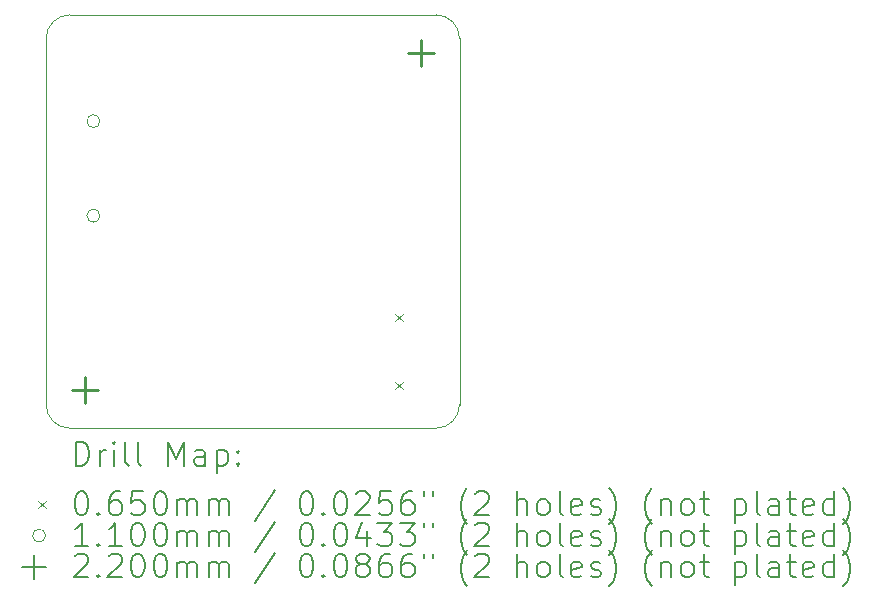
<source format=gbr>
%FSLAX45Y45*%
G04 Gerber Fmt 4.5, Leading zero omitted, Abs format (unit mm)*
G04 Created by KiCad (PCBNEW (6.0.4)) date 2023-08-29 14:34:25*
%MOMM*%
%LPD*%
G01*
G04 APERTURE LIST*
%TA.AperFunction,Profile*%
%ADD10C,0.100000*%
%TD*%
%ADD11C,0.200000*%
%ADD12C,0.065000*%
%ADD13C,0.110000*%
%ADD14C,0.220000*%
G04 APERTURE END LIST*
D10*
X17400000Y-8200000D02*
G75*
G03*
X17200000Y-8000000I-200000J0D01*
G01*
X17400000Y-8200000D02*
X17400000Y-11300000D01*
X14100000Y-8000000D02*
G75*
G03*
X13900000Y-8200000I0J-200000D01*
G01*
X17200000Y-11500000D02*
G75*
G03*
X17400000Y-11300000I0J200000D01*
G01*
X14100000Y-8000000D02*
X17200000Y-8000000D01*
X13900000Y-11300000D02*
X13900000Y-8200000D01*
X17200000Y-11500000D02*
X14100000Y-11500000D01*
X13900000Y-11300000D02*
G75*
G03*
X14100000Y-11500000I200000J0D01*
G01*
D11*
D12*
X16857500Y-10528500D02*
X16922500Y-10593500D01*
X16922500Y-10528500D02*
X16857500Y-10593500D01*
X16857500Y-11106500D02*
X16922500Y-11171500D01*
X16922500Y-11106500D02*
X16857500Y-11171500D01*
D13*
X14355000Y-8900000D02*
G75*
G03*
X14355000Y-8900000I-55000J0D01*
G01*
X14355000Y-9700000D02*
G75*
G03*
X14355000Y-9700000I-55000J0D01*
G01*
D14*
X14225000Y-11065000D02*
X14225000Y-11285000D01*
X14115000Y-11175000D02*
X14335000Y-11175000D01*
X17075000Y-8215000D02*
X17075000Y-8435000D01*
X16965000Y-8325000D02*
X17185000Y-8325000D01*
D11*
X14152619Y-11815476D02*
X14152619Y-11615476D01*
X14200238Y-11615476D01*
X14228809Y-11625000D01*
X14247857Y-11644048D01*
X14257381Y-11663095D01*
X14266905Y-11701190D01*
X14266905Y-11729762D01*
X14257381Y-11767857D01*
X14247857Y-11786905D01*
X14228809Y-11805952D01*
X14200238Y-11815476D01*
X14152619Y-11815476D01*
X14352619Y-11815476D02*
X14352619Y-11682143D01*
X14352619Y-11720238D02*
X14362143Y-11701190D01*
X14371667Y-11691667D01*
X14390714Y-11682143D01*
X14409762Y-11682143D01*
X14476428Y-11815476D02*
X14476428Y-11682143D01*
X14476428Y-11615476D02*
X14466905Y-11625000D01*
X14476428Y-11634524D01*
X14485952Y-11625000D01*
X14476428Y-11615476D01*
X14476428Y-11634524D01*
X14600238Y-11815476D02*
X14581190Y-11805952D01*
X14571667Y-11786905D01*
X14571667Y-11615476D01*
X14705000Y-11815476D02*
X14685952Y-11805952D01*
X14676428Y-11786905D01*
X14676428Y-11615476D01*
X14933571Y-11815476D02*
X14933571Y-11615476D01*
X15000238Y-11758333D01*
X15066905Y-11615476D01*
X15066905Y-11815476D01*
X15247857Y-11815476D02*
X15247857Y-11710714D01*
X15238333Y-11691667D01*
X15219286Y-11682143D01*
X15181190Y-11682143D01*
X15162143Y-11691667D01*
X15247857Y-11805952D02*
X15228809Y-11815476D01*
X15181190Y-11815476D01*
X15162143Y-11805952D01*
X15152619Y-11786905D01*
X15152619Y-11767857D01*
X15162143Y-11748809D01*
X15181190Y-11739286D01*
X15228809Y-11739286D01*
X15247857Y-11729762D01*
X15343095Y-11682143D02*
X15343095Y-11882143D01*
X15343095Y-11691667D02*
X15362143Y-11682143D01*
X15400238Y-11682143D01*
X15419286Y-11691667D01*
X15428809Y-11701190D01*
X15438333Y-11720238D01*
X15438333Y-11777381D01*
X15428809Y-11796428D01*
X15419286Y-11805952D01*
X15400238Y-11815476D01*
X15362143Y-11815476D01*
X15343095Y-11805952D01*
X15524048Y-11796428D02*
X15533571Y-11805952D01*
X15524048Y-11815476D01*
X15514524Y-11805952D01*
X15524048Y-11796428D01*
X15524048Y-11815476D01*
X15524048Y-11691667D02*
X15533571Y-11701190D01*
X15524048Y-11710714D01*
X15514524Y-11701190D01*
X15524048Y-11691667D01*
X15524048Y-11710714D01*
D12*
X13830000Y-12112500D02*
X13895000Y-12177500D01*
X13895000Y-12112500D02*
X13830000Y-12177500D01*
D11*
X14190714Y-12035476D02*
X14209762Y-12035476D01*
X14228809Y-12045000D01*
X14238333Y-12054524D01*
X14247857Y-12073571D01*
X14257381Y-12111667D01*
X14257381Y-12159286D01*
X14247857Y-12197381D01*
X14238333Y-12216428D01*
X14228809Y-12225952D01*
X14209762Y-12235476D01*
X14190714Y-12235476D01*
X14171667Y-12225952D01*
X14162143Y-12216428D01*
X14152619Y-12197381D01*
X14143095Y-12159286D01*
X14143095Y-12111667D01*
X14152619Y-12073571D01*
X14162143Y-12054524D01*
X14171667Y-12045000D01*
X14190714Y-12035476D01*
X14343095Y-12216428D02*
X14352619Y-12225952D01*
X14343095Y-12235476D01*
X14333571Y-12225952D01*
X14343095Y-12216428D01*
X14343095Y-12235476D01*
X14524048Y-12035476D02*
X14485952Y-12035476D01*
X14466905Y-12045000D01*
X14457381Y-12054524D01*
X14438333Y-12083095D01*
X14428809Y-12121190D01*
X14428809Y-12197381D01*
X14438333Y-12216428D01*
X14447857Y-12225952D01*
X14466905Y-12235476D01*
X14505000Y-12235476D01*
X14524048Y-12225952D01*
X14533571Y-12216428D01*
X14543095Y-12197381D01*
X14543095Y-12149762D01*
X14533571Y-12130714D01*
X14524048Y-12121190D01*
X14505000Y-12111667D01*
X14466905Y-12111667D01*
X14447857Y-12121190D01*
X14438333Y-12130714D01*
X14428809Y-12149762D01*
X14724048Y-12035476D02*
X14628809Y-12035476D01*
X14619286Y-12130714D01*
X14628809Y-12121190D01*
X14647857Y-12111667D01*
X14695476Y-12111667D01*
X14714524Y-12121190D01*
X14724048Y-12130714D01*
X14733571Y-12149762D01*
X14733571Y-12197381D01*
X14724048Y-12216428D01*
X14714524Y-12225952D01*
X14695476Y-12235476D01*
X14647857Y-12235476D01*
X14628809Y-12225952D01*
X14619286Y-12216428D01*
X14857381Y-12035476D02*
X14876428Y-12035476D01*
X14895476Y-12045000D01*
X14905000Y-12054524D01*
X14914524Y-12073571D01*
X14924048Y-12111667D01*
X14924048Y-12159286D01*
X14914524Y-12197381D01*
X14905000Y-12216428D01*
X14895476Y-12225952D01*
X14876428Y-12235476D01*
X14857381Y-12235476D01*
X14838333Y-12225952D01*
X14828809Y-12216428D01*
X14819286Y-12197381D01*
X14809762Y-12159286D01*
X14809762Y-12111667D01*
X14819286Y-12073571D01*
X14828809Y-12054524D01*
X14838333Y-12045000D01*
X14857381Y-12035476D01*
X15009762Y-12235476D02*
X15009762Y-12102143D01*
X15009762Y-12121190D02*
X15019286Y-12111667D01*
X15038333Y-12102143D01*
X15066905Y-12102143D01*
X15085952Y-12111667D01*
X15095476Y-12130714D01*
X15095476Y-12235476D01*
X15095476Y-12130714D02*
X15105000Y-12111667D01*
X15124048Y-12102143D01*
X15152619Y-12102143D01*
X15171667Y-12111667D01*
X15181190Y-12130714D01*
X15181190Y-12235476D01*
X15276428Y-12235476D02*
X15276428Y-12102143D01*
X15276428Y-12121190D02*
X15285952Y-12111667D01*
X15305000Y-12102143D01*
X15333571Y-12102143D01*
X15352619Y-12111667D01*
X15362143Y-12130714D01*
X15362143Y-12235476D01*
X15362143Y-12130714D02*
X15371667Y-12111667D01*
X15390714Y-12102143D01*
X15419286Y-12102143D01*
X15438333Y-12111667D01*
X15447857Y-12130714D01*
X15447857Y-12235476D01*
X15838333Y-12025952D02*
X15666905Y-12283095D01*
X16095476Y-12035476D02*
X16114524Y-12035476D01*
X16133571Y-12045000D01*
X16143095Y-12054524D01*
X16152619Y-12073571D01*
X16162143Y-12111667D01*
X16162143Y-12159286D01*
X16152619Y-12197381D01*
X16143095Y-12216428D01*
X16133571Y-12225952D01*
X16114524Y-12235476D01*
X16095476Y-12235476D01*
X16076428Y-12225952D01*
X16066905Y-12216428D01*
X16057381Y-12197381D01*
X16047857Y-12159286D01*
X16047857Y-12111667D01*
X16057381Y-12073571D01*
X16066905Y-12054524D01*
X16076428Y-12045000D01*
X16095476Y-12035476D01*
X16247857Y-12216428D02*
X16257381Y-12225952D01*
X16247857Y-12235476D01*
X16238333Y-12225952D01*
X16247857Y-12216428D01*
X16247857Y-12235476D01*
X16381190Y-12035476D02*
X16400238Y-12035476D01*
X16419286Y-12045000D01*
X16428809Y-12054524D01*
X16438333Y-12073571D01*
X16447857Y-12111667D01*
X16447857Y-12159286D01*
X16438333Y-12197381D01*
X16428809Y-12216428D01*
X16419286Y-12225952D01*
X16400238Y-12235476D01*
X16381190Y-12235476D01*
X16362143Y-12225952D01*
X16352619Y-12216428D01*
X16343095Y-12197381D01*
X16333571Y-12159286D01*
X16333571Y-12111667D01*
X16343095Y-12073571D01*
X16352619Y-12054524D01*
X16362143Y-12045000D01*
X16381190Y-12035476D01*
X16524048Y-12054524D02*
X16533571Y-12045000D01*
X16552619Y-12035476D01*
X16600238Y-12035476D01*
X16619286Y-12045000D01*
X16628809Y-12054524D01*
X16638333Y-12073571D01*
X16638333Y-12092619D01*
X16628809Y-12121190D01*
X16514524Y-12235476D01*
X16638333Y-12235476D01*
X16819286Y-12035476D02*
X16724048Y-12035476D01*
X16714524Y-12130714D01*
X16724048Y-12121190D01*
X16743095Y-12111667D01*
X16790714Y-12111667D01*
X16809762Y-12121190D01*
X16819286Y-12130714D01*
X16828810Y-12149762D01*
X16828810Y-12197381D01*
X16819286Y-12216428D01*
X16809762Y-12225952D01*
X16790714Y-12235476D01*
X16743095Y-12235476D01*
X16724048Y-12225952D01*
X16714524Y-12216428D01*
X17000238Y-12035476D02*
X16962143Y-12035476D01*
X16943095Y-12045000D01*
X16933571Y-12054524D01*
X16914524Y-12083095D01*
X16905000Y-12121190D01*
X16905000Y-12197381D01*
X16914524Y-12216428D01*
X16924048Y-12225952D01*
X16943095Y-12235476D01*
X16981190Y-12235476D01*
X17000238Y-12225952D01*
X17009762Y-12216428D01*
X17019286Y-12197381D01*
X17019286Y-12149762D01*
X17009762Y-12130714D01*
X17000238Y-12121190D01*
X16981190Y-12111667D01*
X16943095Y-12111667D01*
X16924048Y-12121190D01*
X16914524Y-12130714D01*
X16905000Y-12149762D01*
X17095476Y-12035476D02*
X17095476Y-12073571D01*
X17171667Y-12035476D02*
X17171667Y-12073571D01*
X17466905Y-12311667D02*
X17457381Y-12302143D01*
X17438333Y-12273571D01*
X17428810Y-12254524D01*
X17419286Y-12225952D01*
X17409762Y-12178333D01*
X17409762Y-12140238D01*
X17419286Y-12092619D01*
X17428810Y-12064048D01*
X17438333Y-12045000D01*
X17457381Y-12016428D01*
X17466905Y-12006905D01*
X17533571Y-12054524D02*
X17543095Y-12045000D01*
X17562143Y-12035476D01*
X17609762Y-12035476D01*
X17628810Y-12045000D01*
X17638333Y-12054524D01*
X17647857Y-12073571D01*
X17647857Y-12092619D01*
X17638333Y-12121190D01*
X17524048Y-12235476D01*
X17647857Y-12235476D01*
X17885952Y-12235476D02*
X17885952Y-12035476D01*
X17971667Y-12235476D02*
X17971667Y-12130714D01*
X17962143Y-12111667D01*
X17943095Y-12102143D01*
X17914524Y-12102143D01*
X17895476Y-12111667D01*
X17885952Y-12121190D01*
X18095476Y-12235476D02*
X18076429Y-12225952D01*
X18066905Y-12216428D01*
X18057381Y-12197381D01*
X18057381Y-12140238D01*
X18066905Y-12121190D01*
X18076429Y-12111667D01*
X18095476Y-12102143D01*
X18124048Y-12102143D01*
X18143095Y-12111667D01*
X18152619Y-12121190D01*
X18162143Y-12140238D01*
X18162143Y-12197381D01*
X18152619Y-12216428D01*
X18143095Y-12225952D01*
X18124048Y-12235476D01*
X18095476Y-12235476D01*
X18276429Y-12235476D02*
X18257381Y-12225952D01*
X18247857Y-12206905D01*
X18247857Y-12035476D01*
X18428810Y-12225952D02*
X18409762Y-12235476D01*
X18371667Y-12235476D01*
X18352619Y-12225952D01*
X18343095Y-12206905D01*
X18343095Y-12130714D01*
X18352619Y-12111667D01*
X18371667Y-12102143D01*
X18409762Y-12102143D01*
X18428810Y-12111667D01*
X18438333Y-12130714D01*
X18438333Y-12149762D01*
X18343095Y-12168809D01*
X18514524Y-12225952D02*
X18533571Y-12235476D01*
X18571667Y-12235476D01*
X18590714Y-12225952D01*
X18600238Y-12206905D01*
X18600238Y-12197381D01*
X18590714Y-12178333D01*
X18571667Y-12168809D01*
X18543095Y-12168809D01*
X18524048Y-12159286D01*
X18514524Y-12140238D01*
X18514524Y-12130714D01*
X18524048Y-12111667D01*
X18543095Y-12102143D01*
X18571667Y-12102143D01*
X18590714Y-12111667D01*
X18666905Y-12311667D02*
X18676429Y-12302143D01*
X18695476Y-12273571D01*
X18705000Y-12254524D01*
X18714524Y-12225952D01*
X18724048Y-12178333D01*
X18724048Y-12140238D01*
X18714524Y-12092619D01*
X18705000Y-12064048D01*
X18695476Y-12045000D01*
X18676429Y-12016428D01*
X18666905Y-12006905D01*
X19028810Y-12311667D02*
X19019286Y-12302143D01*
X19000238Y-12273571D01*
X18990714Y-12254524D01*
X18981190Y-12225952D01*
X18971667Y-12178333D01*
X18971667Y-12140238D01*
X18981190Y-12092619D01*
X18990714Y-12064048D01*
X19000238Y-12045000D01*
X19019286Y-12016428D01*
X19028810Y-12006905D01*
X19105000Y-12102143D02*
X19105000Y-12235476D01*
X19105000Y-12121190D02*
X19114524Y-12111667D01*
X19133571Y-12102143D01*
X19162143Y-12102143D01*
X19181190Y-12111667D01*
X19190714Y-12130714D01*
X19190714Y-12235476D01*
X19314524Y-12235476D02*
X19295476Y-12225952D01*
X19285952Y-12216428D01*
X19276429Y-12197381D01*
X19276429Y-12140238D01*
X19285952Y-12121190D01*
X19295476Y-12111667D01*
X19314524Y-12102143D01*
X19343095Y-12102143D01*
X19362143Y-12111667D01*
X19371667Y-12121190D01*
X19381190Y-12140238D01*
X19381190Y-12197381D01*
X19371667Y-12216428D01*
X19362143Y-12225952D01*
X19343095Y-12235476D01*
X19314524Y-12235476D01*
X19438333Y-12102143D02*
X19514524Y-12102143D01*
X19466905Y-12035476D02*
X19466905Y-12206905D01*
X19476429Y-12225952D01*
X19495476Y-12235476D01*
X19514524Y-12235476D01*
X19733571Y-12102143D02*
X19733571Y-12302143D01*
X19733571Y-12111667D02*
X19752619Y-12102143D01*
X19790714Y-12102143D01*
X19809762Y-12111667D01*
X19819286Y-12121190D01*
X19828810Y-12140238D01*
X19828810Y-12197381D01*
X19819286Y-12216428D01*
X19809762Y-12225952D01*
X19790714Y-12235476D01*
X19752619Y-12235476D01*
X19733571Y-12225952D01*
X19943095Y-12235476D02*
X19924048Y-12225952D01*
X19914524Y-12206905D01*
X19914524Y-12035476D01*
X20105000Y-12235476D02*
X20105000Y-12130714D01*
X20095476Y-12111667D01*
X20076429Y-12102143D01*
X20038333Y-12102143D01*
X20019286Y-12111667D01*
X20105000Y-12225952D02*
X20085952Y-12235476D01*
X20038333Y-12235476D01*
X20019286Y-12225952D01*
X20009762Y-12206905D01*
X20009762Y-12187857D01*
X20019286Y-12168809D01*
X20038333Y-12159286D01*
X20085952Y-12159286D01*
X20105000Y-12149762D01*
X20171667Y-12102143D02*
X20247857Y-12102143D01*
X20200238Y-12035476D02*
X20200238Y-12206905D01*
X20209762Y-12225952D01*
X20228810Y-12235476D01*
X20247857Y-12235476D01*
X20390714Y-12225952D02*
X20371667Y-12235476D01*
X20333571Y-12235476D01*
X20314524Y-12225952D01*
X20305000Y-12206905D01*
X20305000Y-12130714D01*
X20314524Y-12111667D01*
X20333571Y-12102143D01*
X20371667Y-12102143D01*
X20390714Y-12111667D01*
X20400238Y-12130714D01*
X20400238Y-12149762D01*
X20305000Y-12168809D01*
X20571667Y-12235476D02*
X20571667Y-12035476D01*
X20571667Y-12225952D02*
X20552619Y-12235476D01*
X20514524Y-12235476D01*
X20495476Y-12225952D01*
X20485952Y-12216428D01*
X20476429Y-12197381D01*
X20476429Y-12140238D01*
X20485952Y-12121190D01*
X20495476Y-12111667D01*
X20514524Y-12102143D01*
X20552619Y-12102143D01*
X20571667Y-12111667D01*
X20647857Y-12311667D02*
X20657381Y-12302143D01*
X20676429Y-12273571D01*
X20685952Y-12254524D01*
X20695476Y-12225952D01*
X20705000Y-12178333D01*
X20705000Y-12140238D01*
X20695476Y-12092619D01*
X20685952Y-12064048D01*
X20676429Y-12045000D01*
X20657381Y-12016428D01*
X20647857Y-12006905D01*
D13*
X13895000Y-12409000D02*
G75*
G03*
X13895000Y-12409000I-55000J0D01*
G01*
D11*
X14257381Y-12499476D02*
X14143095Y-12499476D01*
X14200238Y-12499476D02*
X14200238Y-12299476D01*
X14181190Y-12328048D01*
X14162143Y-12347095D01*
X14143095Y-12356619D01*
X14343095Y-12480428D02*
X14352619Y-12489952D01*
X14343095Y-12499476D01*
X14333571Y-12489952D01*
X14343095Y-12480428D01*
X14343095Y-12499476D01*
X14543095Y-12499476D02*
X14428809Y-12499476D01*
X14485952Y-12499476D02*
X14485952Y-12299476D01*
X14466905Y-12328048D01*
X14447857Y-12347095D01*
X14428809Y-12356619D01*
X14666905Y-12299476D02*
X14685952Y-12299476D01*
X14705000Y-12309000D01*
X14714524Y-12318524D01*
X14724048Y-12337571D01*
X14733571Y-12375667D01*
X14733571Y-12423286D01*
X14724048Y-12461381D01*
X14714524Y-12480428D01*
X14705000Y-12489952D01*
X14685952Y-12499476D01*
X14666905Y-12499476D01*
X14647857Y-12489952D01*
X14638333Y-12480428D01*
X14628809Y-12461381D01*
X14619286Y-12423286D01*
X14619286Y-12375667D01*
X14628809Y-12337571D01*
X14638333Y-12318524D01*
X14647857Y-12309000D01*
X14666905Y-12299476D01*
X14857381Y-12299476D02*
X14876428Y-12299476D01*
X14895476Y-12309000D01*
X14905000Y-12318524D01*
X14914524Y-12337571D01*
X14924048Y-12375667D01*
X14924048Y-12423286D01*
X14914524Y-12461381D01*
X14905000Y-12480428D01*
X14895476Y-12489952D01*
X14876428Y-12499476D01*
X14857381Y-12499476D01*
X14838333Y-12489952D01*
X14828809Y-12480428D01*
X14819286Y-12461381D01*
X14809762Y-12423286D01*
X14809762Y-12375667D01*
X14819286Y-12337571D01*
X14828809Y-12318524D01*
X14838333Y-12309000D01*
X14857381Y-12299476D01*
X15009762Y-12499476D02*
X15009762Y-12366143D01*
X15009762Y-12385190D02*
X15019286Y-12375667D01*
X15038333Y-12366143D01*
X15066905Y-12366143D01*
X15085952Y-12375667D01*
X15095476Y-12394714D01*
X15095476Y-12499476D01*
X15095476Y-12394714D02*
X15105000Y-12375667D01*
X15124048Y-12366143D01*
X15152619Y-12366143D01*
X15171667Y-12375667D01*
X15181190Y-12394714D01*
X15181190Y-12499476D01*
X15276428Y-12499476D02*
X15276428Y-12366143D01*
X15276428Y-12385190D02*
X15285952Y-12375667D01*
X15305000Y-12366143D01*
X15333571Y-12366143D01*
X15352619Y-12375667D01*
X15362143Y-12394714D01*
X15362143Y-12499476D01*
X15362143Y-12394714D02*
X15371667Y-12375667D01*
X15390714Y-12366143D01*
X15419286Y-12366143D01*
X15438333Y-12375667D01*
X15447857Y-12394714D01*
X15447857Y-12499476D01*
X15838333Y-12289952D02*
X15666905Y-12547095D01*
X16095476Y-12299476D02*
X16114524Y-12299476D01*
X16133571Y-12309000D01*
X16143095Y-12318524D01*
X16152619Y-12337571D01*
X16162143Y-12375667D01*
X16162143Y-12423286D01*
X16152619Y-12461381D01*
X16143095Y-12480428D01*
X16133571Y-12489952D01*
X16114524Y-12499476D01*
X16095476Y-12499476D01*
X16076428Y-12489952D01*
X16066905Y-12480428D01*
X16057381Y-12461381D01*
X16047857Y-12423286D01*
X16047857Y-12375667D01*
X16057381Y-12337571D01*
X16066905Y-12318524D01*
X16076428Y-12309000D01*
X16095476Y-12299476D01*
X16247857Y-12480428D02*
X16257381Y-12489952D01*
X16247857Y-12499476D01*
X16238333Y-12489952D01*
X16247857Y-12480428D01*
X16247857Y-12499476D01*
X16381190Y-12299476D02*
X16400238Y-12299476D01*
X16419286Y-12309000D01*
X16428809Y-12318524D01*
X16438333Y-12337571D01*
X16447857Y-12375667D01*
X16447857Y-12423286D01*
X16438333Y-12461381D01*
X16428809Y-12480428D01*
X16419286Y-12489952D01*
X16400238Y-12499476D01*
X16381190Y-12499476D01*
X16362143Y-12489952D01*
X16352619Y-12480428D01*
X16343095Y-12461381D01*
X16333571Y-12423286D01*
X16333571Y-12375667D01*
X16343095Y-12337571D01*
X16352619Y-12318524D01*
X16362143Y-12309000D01*
X16381190Y-12299476D01*
X16619286Y-12366143D02*
X16619286Y-12499476D01*
X16571667Y-12289952D02*
X16524048Y-12432809D01*
X16647857Y-12432809D01*
X16705000Y-12299476D02*
X16828810Y-12299476D01*
X16762143Y-12375667D01*
X16790714Y-12375667D01*
X16809762Y-12385190D01*
X16819286Y-12394714D01*
X16828810Y-12413762D01*
X16828810Y-12461381D01*
X16819286Y-12480428D01*
X16809762Y-12489952D01*
X16790714Y-12499476D01*
X16733571Y-12499476D01*
X16714524Y-12489952D01*
X16705000Y-12480428D01*
X16895476Y-12299476D02*
X17019286Y-12299476D01*
X16952619Y-12375667D01*
X16981190Y-12375667D01*
X17000238Y-12385190D01*
X17009762Y-12394714D01*
X17019286Y-12413762D01*
X17019286Y-12461381D01*
X17009762Y-12480428D01*
X17000238Y-12489952D01*
X16981190Y-12499476D01*
X16924048Y-12499476D01*
X16905000Y-12489952D01*
X16895476Y-12480428D01*
X17095476Y-12299476D02*
X17095476Y-12337571D01*
X17171667Y-12299476D02*
X17171667Y-12337571D01*
X17466905Y-12575667D02*
X17457381Y-12566143D01*
X17438333Y-12537571D01*
X17428810Y-12518524D01*
X17419286Y-12489952D01*
X17409762Y-12442333D01*
X17409762Y-12404238D01*
X17419286Y-12356619D01*
X17428810Y-12328048D01*
X17438333Y-12309000D01*
X17457381Y-12280428D01*
X17466905Y-12270905D01*
X17533571Y-12318524D02*
X17543095Y-12309000D01*
X17562143Y-12299476D01*
X17609762Y-12299476D01*
X17628810Y-12309000D01*
X17638333Y-12318524D01*
X17647857Y-12337571D01*
X17647857Y-12356619D01*
X17638333Y-12385190D01*
X17524048Y-12499476D01*
X17647857Y-12499476D01*
X17885952Y-12499476D02*
X17885952Y-12299476D01*
X17971667Y-12499476D02*
X17971667Y-12394714D01*
X17962143Y-12375667D01*
X17943095Y-12366143D01*
X17914524Y-12366143D01*
X17895476Y-12375667D01*
X17885952Y-12385190D01*
X18095476Y-12499476D02*
X18076429Y-12489952D01*
X18066905Y-12480428D01*
X18057381Y-12461381D01*
X18057381Y-12404238D01*
X18066905Y-12385190D01*
X18076429Y-12375667D01*
X18095476Y-12366143D01*
X18124048Y-12366143D01*
X18143095Y-12375667D01*
X18152619Y-12385190D01*
X18162143Y-12404238D01*
X18162143Y-12461381D01*
X18152619Y-12480428D01*
X18143095Y-12489952D01*
X18124048Y-12499476D01*
X18095476Y-12499476D01*
X18276429Y-12499476D02*
X18257381Y-12489952D01*
X18247857Y-12470905D01*
X18247857Y-12299476D01*
X18428810Y-12489952D02*
X18409762Y-12499476D01*
X18371667Y-12499476D01*
X18352619Y-12489952D01*
X18343095Y-12470905D01*
X18343095Y-12394714D01*
X18352619Y-12375667D01*
X18371667Y-12366143D01*
X18409762Y-12366143D01*
X18428810Y-12375667D01*
X18438333Y-12394714D01*
X18438333Y-12413762D01*
X18343095Y-12432809D01*
X18514524Y-12489952D02*
X18533571Y-12499476D01*
X18571667Y-12499476D01*
X18590714Y-12489952D01*
X18600238Y-12470905D01*
X18600238Y-12461381D01*
X18590714Y-12442333D01*
X18571667Y-12432809D01*
X18543095Y-12432809D01*
X18524048Y-12423286D01*
X18514524Y-12404238D01*
X18514524Y-12394714D01*
X18524048Y-12375667D01*
X18543095Y-12366143D01*
X18571667Y-12366143D01*
X18590714Y-12375667D01*
X18666905Y-12575667D02*
X18676429Y-12566143D01*
X18695476Y-12537571D01*
X18705000Y-12518524D01*
X18714524Y-12489952D01*
X18724048Y-12442333D01*
X18724048Y-12404238D01*
X18714524Y-12356619D01*
X18705000Y-12328048D01*
X18695476Y-12309000D01*
X18676429Y-12280428D01*
X18666905Y-12270905D01*
X19028810Y-12575667D02*
X19019286Y-12566143D01*
X19000238Y-12537571D01*
X18990714Y-12518524D01*
X18981190Y-12489952D01*
X18971667Y-12442333D01*
X18971667Y-12404238D01*
X18981190Y-12356619D01*
X18990714Y-12328048D01*
X19000238Y-12309000D01*
X19019286Y-12280428D01*
X19028810Y-12270905D01*
X19105000Y-12366143D02*
X19105000Y-12499476D01*
X19105000Y-12385190D02*
X19114524Y-12375667D01*
X19133571Y-12366143D01*
X19162143Y-12366143D01*
X19181190Y-12375667D01*
X19190714Y-12394714D01*
X19190714Y-12499476D01*
X19314524Y-12499476D02*
X19295476Y-12489952D01*
X19285952Y-12480428D01*
X19276429Y-12461381D01*
X19276429Y-12404238D01*
X19285952Y-12385190D01*
X19295476Y-12375667D01*
X19314524Y-12366143D01*
X19343095Y-12366143D01*
X19362143Y-12375667D01*
X19371667Y-12385190D01*
X19381190Y-12404238D01*
X19381190Y-12461381D01*
X19371667Y-12480428D01*
X19362143Y-12489952D01*
X19343095Y-12499476D01*
X19314524Y-12499476D01*
X19438333Y-12366143D02*
X19514524Y-12366143D01*
X19466905Y-12299476D02*
X19466905Y-12470905D01*
X19476429Y-12489952D01*
X19495476Y-12499476D01*
X19514524Y-12499476D01*
X19733571Y-12366143D02*
X19733571Y-12566143D01*
X19733571Y-12375667D02*
X19752619Y-12366143D01*
X19790714Y-12366143D01*
X19809762Y-12375667D01*
X19819286Y-12385190D01*
X19828810Y-12404238D01*
X19828810Y-12461381D01*
X19819286Y-12480428D01*
X19809762Y-12489952D01*
X19790714Y-12499476D01*
X19752619Y-12499476D01*
X19733571Y-12489952D01*
X19943095Y-12499476D02*
X19924048Y-12489952D01*
X19914524Y-12470905D01*
X19914524Y-12299476D01*
X20105000Y-12499476D02*
X20105000Y-12394714D01*
X20095476Y-12375667D01*
X20076429Y-12366143D01*
X20038333Y-12366143D01*
X20019286Y-12375667D01*
X20105000Y-12489952D02*
X20085952Y-12499476D01*
X20038333Y-12499476D01*
X20019286Y-12489952D01*
X20009762Y-12470905D01*
X20009762Y-12451857D01*
X20019286Y-12432809D01*
X20038333Y-12423286D01*
X20085952Y-12423286D01*
X20105000Y-12413762D01*
X20171667Y-12366143D02*
X20247857Y-12366143D01*
X20200238Y-12299476D02*
X20200238Y-12470905D01*
X20209762Y-12489952D01*
X20228810Y-12499476D01*
X20247857Y-12499476D01*
X20390714Y-12489952D02*
X20371667Y-12499476D01*
X20333571Y-12499476D01*
X20314524Y-12489952D01*
X20305000Y-12470905D01*
X20305000Y-12394714D01*
X20314524Y-12375667D01*
X20333571Y-12366143D01*
X20371667Y-12366143D01*
X20390714Y-12375667D01*
X20400238Y-12394714D01*
X20400238Y-12413762D01*
X20305000Y-12432809D01*
X20571667Y-12499476D02*
X20571667Y-12299476D01*
X20571667Y-12489952D02*
X20552619Y-12499476D01*
X20514524Y-12499476D01*
X20495476Y-12489952D01*
X20485952Y-12480428D01*
X20476429Y-12461381D01*
X20476429Y-12404238D01*
X20485952Y-12385190D01*
X20495476Y-12375667D01*
X20514524Y-12366143D01*
X20552619Y-12366143D01*
X20571667Y-12375667D01*
X20647857Y-12575667D02*
X20657381Y-12566143D01*
X20676429Y-12537571D01*
X20685952Y-12518524D01*
X20695476Y-12489952D01*
X20705000Y-12442333D01*
X20705000Y-12404238D01*
X20695476Y-12356619D01*
X20685952Y-12328048D01*
X20676429Y-12309000D01*
X20657381Y-12280428D01*
X20647857Y-12270905D01*
X13795000Y-12573000D02*
X13795000Y-12773000D01*
X13695000Y-12673000D02*
X13895000Y-12673000D01*
X14143095Y-12582524D02*
X14152619Y-12573000D01*
X14171667Y-12563476D01*
X14219286Y-12563476D01*
X14238333Y-12573000D01*
X14247857Y-12582524D01*
X14257381Y-12601571D01*
X14257381Y-12620619D01*
X14247857Y-12649190D01*
X14133571Y-12763476D01*
X14257381Y-12763476D01*
X14343095Y-12744428D02*
X14352619Y-12753952D01*
X14343095Y-12763476D01*
X14333571Y-12753952D01*
X14343095Y-12744428D01*
X14343095Y-12763476D01*
X14428809Y-12582524D02*
X14438333Y-12573000D01*
X14457381Y-12563476D01*
X14505000Y-12563476D01*
X14524048Y-12573000D01*
X14533571Y-12582524D01*
X14543095Y-12601571D01*
X14543095Y-12620619D01*
X14533571Y-12649190D01*
X14419286Y-12763476D01*
X14543095Y-12763476D01*
X14666905Y-12563476D02*
X14685952Y-12563476D01*
X14705000Y-12573000D01*
X14714524Y-12582524D01*
X14724048Y-12601571D01*
X14733571Y-12639667D01*
X14733571Y-12687286D01*
X14724048Y-12725381D01*
X14714524Y-12744428D01*
X14705000Y-12753952D01*
X14685952Y-12763476D01*
X14666905Y-12763476D01*
X14647857Y-12753952D01*
X14638333Y-12744428D01*
X14628809Y-12725381D01*
X14619286Y-12687286D01*
X14619286Y-12639667D01*
X14628809Y-12601571D01*
X14638333Y-12582524D01*
X14647857Y-12573000D01*
X14666905Y-12563476D01*
X14857381Y-12563476D02*
X14876428Y-12563476D01*
X14895476Y-12573000D01*
X14905000Y-12582524D01*
X14914524Y-12601571D01*
X14924048Y-12639667D01*
X14924048Y-12687286D01*
X14914524Y-12725381D01*
X14905000Y-12744428D01*
X14895476Y-12753952D01*
X14876428Y-12763476D01*
X14857381Y-12763476D01*
X14838333Y-12753952D01*
X14828809Y-12744428D01*
X14819286Y-12725381D01*
X14809762Y-12687286D01*
X14809762Y-12639667D01*
X14819286Y-12601571D01*
X14828809Y-12582524D01*
X14838333Y-12573000D01*
X14857381Y-12563476D01*
X15009762Y-12763476D02*
X15009762Y-12630143D01*
X15009762Y-12649190D02*
X15019286Y-12639667D01*
X15038333Y-12630143D01*
X15066905Y-12630143D01*
X15085952Y-12639667D01*
X15095476Y-12658714D01*
X15095476Y-12763476D01*
X15095476Y-12658714D02*
X15105000Y-12639667D01*
X15124048Y-12630143D01*
X15152619Y-12630143D01*
X15171667Y-12639667D01*
X15181190Y-12658714D01*
X15181190Y-12763476D01*
X15276428Y-12763476D02*
X15276428Y-12630143D01*
X15276428Y-12649190D02*
X15285952Y-12639667D01*
X15305000Y-12630143D01*
X15333571Y-12630143D01*
X15352619Y-12639667D01*
X15362143Y-12658714D01*
X15362143Y-12763476D01*
X15362143Y-12658714D02*
X15371667Y-12639667D01*
X15390714Y-12630143D01*
X15419286Y-12630143D01*
X15438333Y-12639667D01*
X15447857Y-12658714D01*
X15447857Y-12763476D01*
X15838333Y-12553952D02*
X15666905Y-12811095D01*
X16095476Y-12563476D02*
X16114524Y-12563476D01*
X16133571Y-12573000D01*
X16143095Y-12582524D01*
X16152619Y-12601571D01*
X16162143Y-12639667D01*
X16162143Y-12687286D01*
X16152619Y-12725381D01*
X16143095Y-12744428D01*
X16133571Y-12753952D01*
X16114524Y-12763476D01*
X16095476Y-12763476D01*
X16076428Y-12753952D01*
X16066905Y-12744428D01*
X16057381Y-12725381D01*
X16047857Y-12687286D01*
X16047857Y-12639667D01*
X16057381Y-12601571D01*
X16066905Y-12582524D01*
X16076428Y-12573000D01*
X16095476Y-12563476D01*
X16247857Y-12744428D02*
X16257381Y-12753952D01*
X16247857Y-12763476D01*
X16238333Y-12753952D01*
X16247857Y-12744428D01*
X16247857Y-12763476D01*
X16381190Y-12563476D02*
X16400238Y-12563476D01*
X16419286Y-12573000D01*
X16428809Y-12582524D01*
X16438333Y-12601571D01*
X16447857Y-12639667D01*
X16447857Y-12687286D01*
X16438333Y-12725381D01*
X16428809Y-12744428D01*
X16419286Y-12753952D01*
X16400238Y-12763476D01*
X16381190Y-12763476D01*
X16362143Y-12753952D01*
X16352619Y-12744428D01*
X16343095Y-12725381D01*
X16333571Y-12687286D01*
X16333571Y-12639667D01*
X16343095Y-12601571D01*
X16352619Y-12582524D01*
X16362143Y-12573000D01*
X16381190Y-12563476D01*
X16562143Y-12649190D02*
X16543095Y-12639667D01*
X16533571Y-12630143D01*
X16524048Y-12611095D01*
X16524048Y-12601571D01*
X16533571Y-12582524D01*
X16543095Y-12573000D01*
X16562143Y-12563476D01*
X16600238Y-12563476D01*
X16619286Y-12573000D01*
X16628809Y-12582524D01*
X16638333Y-12601571D01*
X16638333Y-12611095D01*
X16628809Y-12630143D01*
X16619286Y-12639667D01*
X16600238Y-12649190D01*
X16562143Y-12649190D01*
X16543095Y-12658714D01*
X16533571Y-12668238D01*
X16524048Y-12687286D01*
X16524048Y-12725381D01*
X16533571Y-12744428D01*
X16543095Y-12753952D01*
X16562143Y-12763476D01*
X16600238Y-12763476D01*
X16619286Y-12753952D01*
X16628809Y-12744428D01*
X16638333Y-12725381D01*
X16638333Y-12687286D01*
X16628809Y-12668238D01*
X16619286Y-12658714D01*
X16600238Y-12649190D01*
X16809762Y-12563476D02*
X16771667Y-12563476D01*
X16752619Y-12573000D01*
X16743095Y-12582524D01*
X16724048Y-12611095D01*
X16714524Y-12649190D01*
X16714524Y-12725381D01*
X16724048Y-12744428D01*
X16733571Y-12753952D01*
X16752619Y-12763476D01*
X16790714Y-12763476D01*
X16809762Y-12753952D01*
X16819286Y-12744428D01*
X16828810Y-12725381D01*
X16828810Y-12677762D01*
X16819286Y-12658714D01*
X16809762Y-12649190D01*
X16790714Y-12639667D01*
X16752619Y-12639667D01*
X16733571Y-12649190D01*
X16724048Y-12658714D01*
X16714524Y-12677762D01*
X17000238Y-12563476D02*
X16962143Y-12563476D01*
X16943095Y-12573000D01*
X16933571Y-12582524D01*
X16914524Y-12611095D01*
X16905000Y-12649190D01*
X16905000Y-12725381D01*
X16914524Y-12744428D01*
X16924048Y-12753952D01*
X16943095Y-12763476D01*
X16981190Y-12763476D01*
X17000238Y-12753952D01*
X17009762Y-12744428D01*
X17019286Y-12725381D01*
X17019286Y-12677762D01*
X17009762Y-12658714D01*
X17000238Y-12649190D01*
X16981190Y-12639667D01*
X16943095Y-12639667D01*
X16924048Y-12649190D01*
X16914524Y-12658714D01*
X16905000Y-12677762D01*
X17095476Y-12563476D02*
X17095476Y-12601571D01*
X17171667Y-12563476D02*
X17171667Y-12601571D01*
X17466905Y-12839667D02*
X17457381Y-12830143D01*
X17438333Y-12801571D01*
X17428810Y-12782524D01*
X17419286Y-12753952D01*
X17409762Y-12706333D01*
X17409762Y-12668238D01*
X17419286Y-12620619D01*
X17428810Y-12592048D01*
X17438333Y-12573000D01*
X17457381Y-12544428D01*
X17466905Y-12534905D01*
X17533571Y-12582524D02*
X17543095Y-12573000D01*
X17562143Y-12563476D01*
X17609762Y-12563476D01*
X17628810Y-12573000D01*
X17638333Y-12582524D01*
X17647857Y-12601571D01*
X17647857Y-12620619D01*
X17638333Y-12649190D01*
X17524048Y-12763476D01*
X17647857Y-12763476D01*
X17885952Y-12763476D02*
X17885952Y-12563476D01*
X17971667Y-12763476D02*
X17971667Y-12658714D01*
X17962143Y-12639667D01*
X17943095Y-12630143D01*
X17914524Y-12630143D01*
X17895476Y-12639667D01*
X17885952Y-12649190D01*
X18095476Y-12763476D02*
X18076429Y-12753952D01*
X18066905Y-12744428D01*
X18057381Y-12725381D01*
X18057381Y-12668238D01*
X18066905Y-12649190D01*
X18076429Y-12639667D01*
X18095476Y-12630143D01*
X18124048Y-12630143D01*
X18143095Y-12639667D01*
X18152619Y-12649190D01*
X18162143Y-12668238D01*
X18162143Y-12725381D01*
X18152619Y-12744428D01*
X18143095Y-12753952D01*
X18124048Y-12763476D01*
X18095476Y-12763476D01*
X18276429Y-12763476D02*
X18257381Y-12753952D01*
X18247857Y-12734905D01*
X18247857Y-12563476D01*
X18428810Y-12753952D02*
X18409762Y-12763476D01*
X18371667Y-12763476D01*
X18352619Y-12753952D01*
X18343095Y-12734905D01*
X18343095Y-12658714D01*
X18352619Y-12639667D01*
X18371667Y-12630143D01*
X18409762Y-12630143D01*
X18428810Y-12639667D01*
X18438333Y-12658714D01*
X18438333Y-12677762D01*
X18343095Y-12696809D01*
X18514524Y-12753952D02*
X18533571Y-12763476D01*
X18571667Y-12763476D01*
X18590714Y-12753952D01*
X18600238Y-12734905D01*
X18600238Y-12725381D01*
X18590714Y-12706333D01*
X18571667Y-12696809D01*
X18543095Y-12696809D01*
X18524048Y-12687286D01*
X18514524Y-12668238D01*
X18514524Y-12658714D01*
X18524048Y-12639667D01*
X18543095Y-12630143D01*
X18571667Y-12630143D01*
X18590714Y-12639667D01*
X18666905Y-12839667D02*
X18676429Y-12830143D01*
X18695476Y-12801571D01*
X18705000Y-12782524D01*
X18714524Y-12753952D01*
X18724048Y-12706333D01*
X18724048Y-12668238D01*
X18714524Y-12620619D01*
X18705000Y-12592048D01*
X18695476Y-12573000D01*
X18676429Y-12544428D01*
X18666905Y-12534905D01*
X19028810Y-12839667D02*
X19019286Y-12830143D01*
X19000238Y-12801571D01*
X18990714Y-12782524D01*
X18981190Y-12753952D01*
X18971667Y-12706333D01*
X18971667Y-12668238D01*
X18981190Y-12620619D01*
X18990714Y-12592048D01*
X19000238Y-12573000D01*
X19019286Y-12544428D01*
X19028810Y-12534905D01*
X19105000Y-12630143D02*
X19105000Y-12763476D01*
X19105000Y-12649190D02*
X19114524Y-12639667D01*
X19133571Y-12630143D01*
X19162143Y-12630143D01*
X19181190Y-12639667D01*
X19190714Y-12658714D01*
X19190714Y-12763476D01*
X19314524Y-12763476D02*
X19295476Y-12753952D01*
X19285952Y-12744428D01*
X19276429Y-12725381D01*
X19276429Y-12668238D01*
X19285952Y-12649190D01*
X19295476Y-12639667D01*
X19314524Y-12630143D01*
X19343095Y-12630143D01*
X19362143Y-12639667D01*
X19371667Y-12649190D01*
X19381190Y-12668238D01*
X19381190Y-12725381D01*
X19371667Y-12744428D01*
X19362143Y-12753952D01*
X19343095Y-12763476D01*
X19314524Y-12763476D01*
X19438333Y-12630143D02*
X19514524Y-12630143D01*
X19466905Y-12563476D02*
X19466905Y-12734905D01*
X19476429Y-12753952D01*
X19495476Y-12763476D01*
X19514524Y-12763476D01*
X19733571Y-12630143D02*
X19733571Y-12830143D01*
X19733571Y-12639667D02*
X19752619Y-12630143D01*
X19790714Y-12630143D01*
X19809762Y-12639667D01*
X19819286Y-12649190D01*
X19828810Y-12668238D01*
X19828810Y-12725381D01*
X19819286Y-12744428D01*
X19809762Y-12753952D01*
X19790714Y-12763476D01*
X19752619Y-12763476D01*
X19733571Y-12753952D01*
X19943095Y-12763476D02*
X19924048Y-12753952D01*
X19914524Y-12734905D01*
X19914524Y-12563476D01*
X20105000Y-12763476D02*
X20105000Y-12658714D01*
X20095476Y-12639667D01*
X20076429Y-12630143D01*
X20038333Y-12630143D01*
X20019286Y-12639667D01*
X20105000Y-12753952D02*
X20085952Y-12763476D01*
X20038333Y-12763476D01*
X20019286Y-12753952D01*
X20009762Y-12734905D01*
X20009762Y-12715857D01*
X20019286Y-12696809D01*
X20038333Y-12687286D01*
X20085952Y-12687286D01*
X20105000Y-12677762D01*
X20171667Y-12630143D02*
X20247857Y-12630143D01*
X20200238Y-12563476D02*
X20200238Y-12734905D01*
X20209762Y-12753952D01*
X20228810Y-12763476D01*
X20247857Y-12763476D01*
X20390714Y-12753952D02*
X20371667Y-12763476D01*
X20333571Y-12763476D01*
X20314524Y-12753952D01*
X20305000Y-12734905D01*
X20305000Y-12658714D01*
X20314524Y-12639667D01*
X20333571Y-12630143D01*
X20371667Y-12630143D01*
X20390714Y-12639667D01*
X20400238Y-12658714D01*
X20400238Y-12677762D01*
X20305000Y-12696809D01*
X20571667Y-12763476D02*
X20571667Y-12563476D01*
X20571667Y-12753952D02*
X20552619Y-12763476D01*
X20514524Y-12763476D01*
X20495476Y-12753952D01*
X20485952Y-12744428D01*
X20476429Y-12725381D01*
X20476429Y-12668238D01*
X20485952Y-12649190D01*
X20495476Y-12639667D01*
X20514524Y-12630143D01*
X20552619Y-12630143D01*
X20571667Y-12639667D01*
X20647857Y-12839667D02*
X20657381Y-12830143D01*
X20676429Y-12801571D01*
X20685952Y-12782524D01*
X20695476Y-12753952D01*
X20705000Y-12706333D01*
X20705000Y-12668238D01*
X20695476Y-12620619D01*
X20685952Y-12592048D01*
X20676429Y-12573000D01*
X20657381Y-12544428D01*
X20647857Y-12534905D01*
M02*

</source>
